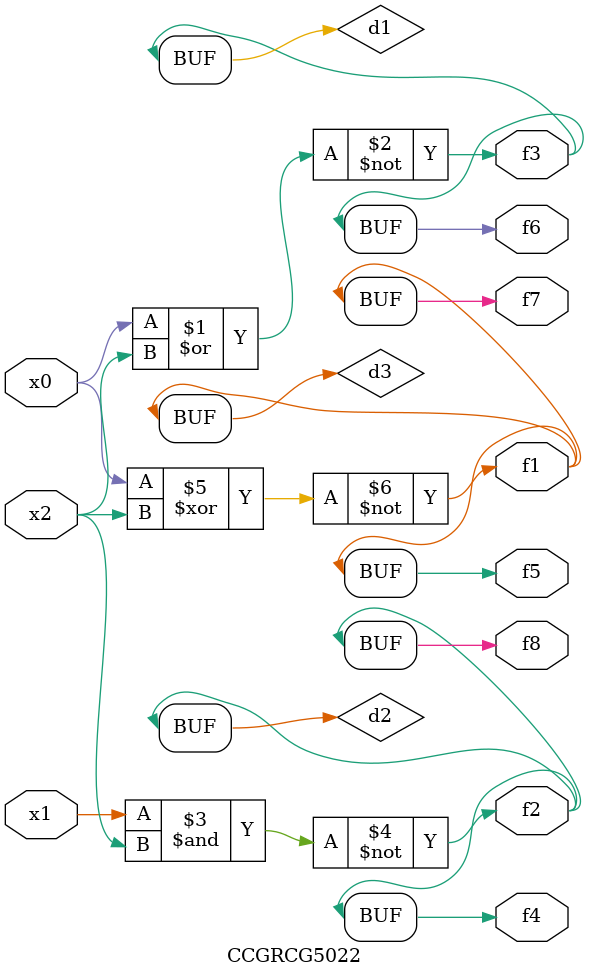
<source format=v>
module CCGRCG5022(
	input x0, x1, x2,
	output f1, f2, f3, f4, f5, f6, f7, f8
);

	wire d1, d2, d3;

	nor (d1, x0, x2);
	nand (d2, x1, x2);
	xnor (d3, x0, x2);
	assign f1 = d3;
	assign f2 = d2;
	assign f3 = d1;
	assign f4 = d2;
	assign f5 = d3;
	assign f6 = d1;
	assign f7 = d3;
	assign f8 = d2;
endmodule

</source>
